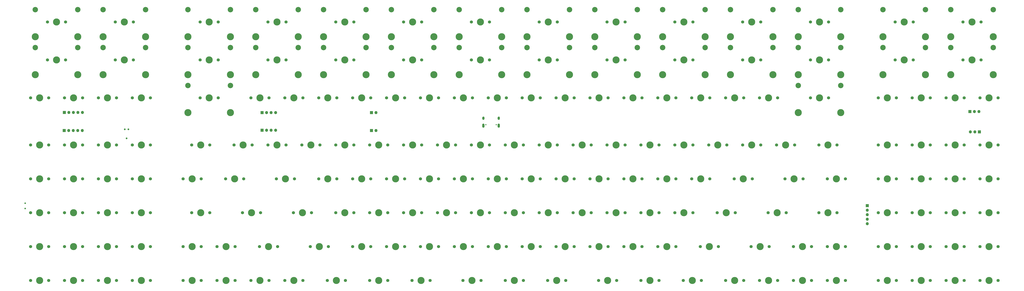
<source format=gbr>
%TF.GenerationSoftware,KiCad,Pcbnew,8.0.5-8.0.5-0~ubuntu20.04.1*%
%TF.CreationDate,2024-11-10T14:11:14+00:00*%
%TF.ProjectId,Hyper7-Evo,48797065-7237-42d4-9576-6f2e6b696361,rev?*%
%TF.SameCoordinates,Original*%
%TF.FileFunction,Soldermask,Top*%
%TF.FilePolarity,Negative*%
%FSLAX46Y46*%
G04 Gerber Fmt 4.6, Leading zero omitted, Abs format (unit mm)*
G04 Created by KiCad (PCBNEW 8.0.5-8.0.5-0~ubuntu20.04.1) date 2024-11-10 14:11:14*
%MOMM*%
%LPD*%
G01*
G04 APERTURE LIST*
%ADD10C,0.000000*%
%ADD11C,1.750000*%
%ADD12C,3.987800*%
%ADD13C,3.048000*%
%ADD14R,1.700000X1.700000*%
%ADD15O,1.700000X1.700000*%
%ADD16C,0.900000*%
%ADD17C,0.990600*%
%ADD18C,0.650000*%
G04 APERTURE END LIST*
D10*
%TO.C,J1*%
G36*
X295720181Y-115742462D02*
G01*
X295862243Y-115793467D01*
X295986264Y-115879503D01*
X296083791Y-115994706D01*
X296148178Y-116131226D01*
X296175000Y-116279552D01*
X296175000Y-117480426D01*
X296149316Y-117630195D01*
X296085646Y-117768426D01*
X295988368Y-117885466D01*
X295864114Y-117973342D01*
X295721350Y-118026064D01*
X295569669Y-118040052D01*
X295276161Y-117973537D01*
X295151632Y-117885466D01*
X295054354Y-117768426D01*
X294990684Y-117630195D01*
X294965000Y-117480426D01*
X294965000Y-116279219D01*
X295055991Y-115994962D01*
X295153736Y-115879503D01*
X295277757Y-115793467D01*
X295419819Y-115742462D01*
X295570000Y-115729983D01*
X295720181Y-115742462D01*
G37*
G36*
X295730015Y-111819835D02*
G01*
X295875588Y-111879422D01*
X296000780Y-111974655D01*
X296097057Y-112099045D01*
X296157860Y-112244115D01*
X296179000Y-112399662D01*
X296179000Y-113000317D01*
X296158994Y-113157309D01*
X296098908Y-113304088D01*
X296002881Y-113430315D01*
X295877455Y-113527387D01*
X295731178Y-113588689D01*
X295573666Y-113610091D01*
X295270811Y-113527593D01*
X295145119Y-113430315D01*
X295049092Y-113304088D01*
X294989006Y-113157309D01*
X294969000Y-113000317D01*
X294969000Y-112399331D01*
X295050737Y-112099311D01*
X295147220Y-111974655D01*
X295272412Y-111879422D01*
X295417985Y-111819835D01*
X295574000Y-111799960D01*
X295730015Y-111819835D01*
G37*
G36*
X304360181Y-115742462D02*
G01*
X304502243Y-115793467D01*
X304626264Y-115879503D01*
X304723791Y-115994706D01*
X304788178Y-116131226D01*
X304815000Y-116279552D01*
X304815000Y-117480426D01*
X304789316Y-117630195D01*
X304725646Y-117768426D01*
X304628368Y-117885466D01*
X304504114Y-117973342D01*
X304361350Y-118026064D01*
X304209669Y-118040052D01*
X303916161Y-117973537D01*
X303791632Y-117885466D01*
X303694354Y-117768426D01*
X303630684Y-117630195D01*
X303605000Y-117480426D01*
X303605000Y-116279219D01*
X303695991Y-115994962D01*
X303793736Y-115879503D01*
X303917757Y-115793467D01*
X304059819Y-115742462D01*
X304210000Y-115729983D01*
X304360181Y-115742462D01*
G37*
G36*
X304366015Y-111819835D02*
G01*
X304511588Y-111879422D01*
X304636780Y-111974655D01*
X304733057Y-112099045D01*
X304793860Y-112244115D01*
X304815000Y-112399662D01*
X304815000Y-113000317D01*
X304794994Y-113157309D01*
X304734908Y-113304088D01*
X304638881Y-113430315D01*
X304513455Y-113527387D01*
X304367178Y-113588689D01*
X304209666Y-113610091D01*
X303906811Y-113527593D01*
X303781119Y-113430315D01*
X303685092Y-113304088D01*
X303625006Y-113157309D01*
X303605000Y-113000317D01*
X303605000Y-112399331D01*
X303686737Y-112099311D01*
X303783220Y-111974655D01*
X303908412Y-111879422D01*
X304053985Y-111819835D01*
X304210000Y-111799960D01*
X304366015Y-111819835D01*
G37*
%TD*%
D11*
%TO.C,MX103*%
X488845000Y-146850000D03*
D12*
X493925000Y-146850000D03*
D11*
X499005000Y-146850000D03*
%TD*%
%TO.C,MX132*%
X574570000Y-165900000D03*
D12*
X579650000Y-165900000D03*
D11*
X584730000Y-165900000D03*
%TD*%
%TO.C,MX47*%
X412645000Y-101280000D03*
D12*
X417725000Y-101280000D03*
D11*
X422805000Y-101280000D03*
%TD*%
D13*
%TO.C,ST19*%
X205762000Y-72955000D03*
D12*
X205762000Y-88195000D03*
D13*
X229638000Y-72955000D03*
D12*
X229638000Y-88195000D03*
%TD*%
D11*
%TO.C,MX161*%
X79270000Y-204000000D03*
D12*
X84350000Y-204000000D03*
D11*
X89430000Y-204000000D03*
%TD*%
%TO.C,MX18*%
X174520000Y-79940000D03*
D12*
X179600000Y-79940000D03*
D11*
X184680000Y-79940000D03*
%TD*%
%TO.C,MX167*%
X207857500Y-204000000D03*
D12*
X212937500Y-204000000D03*
D11*
X218017500Y-204000000D03*
%TD*%
%TO.C,MX71*%
X365020000Y-127800000D03*
D12*
X370100000Y-127800000D03*
D11*
X375180000Y-127800000D03*
%TD*%
D13*
%TO.C,ST7*%
X281962000Y-51615000D03*
D12*
X281962000Y-66855000D03*
D13*
X305838000Y-51615000D03*
D12*
X305838000Y-66855000D03*
%TD*%
D11*
%TO.C,MX3*%
X136420000Y-58600000D03*
D12*
X141500000Y-58600000D03*
D11*
X146580000Y-58600000D03*
%TD*%
%TO.C,MX178*%
X469795000Y-204000000D03*
D12*
X474875000Y-204000000D03*
D11*
X479955000Y-204000000D03*
%TD*%
%TO.C,MX36*%
X203095000Y-101280000D03*
D12*
X208175000Y-101280000D03*
D11*
X213255000Y-101280000D03*
%TD*%
%TO.C,MX141*%
X222145000Y-184950000D03*
D12*
X227225000Y-184950000D03*
D11*
X232305000Y-184950000D03*
%TD*%
%TO.C,MX56*%
X60220000Y-127800000D03*
D12*
X65300000Y-127800000D03*
D11*
X70380000Y-127800000D03*
%TD*%
%TO.C,MX155*%
X517420000Y-184950000D03*
D12*
X522500000Y-184950000D03*
D11*
X527580000Y-184950000D03*
%TD*%
%TO.C,MX108*%
X41170000Y-165900000D03*
D12*
X46250000Y-165900000D03*
D11*
X51330000Y-165900000D03*
%TD*%
%TO.C,MX39*%
X260245000Y-101280000D03*
D12*
X265325000Y-101280000D03*
D11*
X270405000Y-101280000D03*
%TD*%
%TO.C,MX82*%
X41170000Y-146850000D03*
D12*
X46250000Y-146850000D03*
D11*
X51330000Y-146850000D03*
%TD*%
%TO.C,MX8*%
X326920000Y-58600000D03*
D12*
X332000000Y-58600000D03*
D11*
X337080000Y-58600000D03*
%TD*%
%TO.C,MX130*%
X536470000Y-165900000D03*
D12*
X541550000Y-165900000D03*
D11*
X546630000Y-165900000D03*
%TD*%
%TO.C,MX43*%
X336445000Y-101280000D03*
D12*
X341525000Y-101280000D03*
D11*
X346605000Y-101280000D03*
%TD*%
%TO.C,MX11*%
X441220000Y-58600000D03*
D12*
X446300000Y-58600000D03*
D11*
X451380000Y-58600000D03*
%TD*%
%TO.C,MX117*%
X250720000Y-165900000D03*
D12*
X255800000Y-165900000D03*
D11*
X260880000Y-165900000D03*
%TD*%
D13*
%TO.C,ST50*%
X472462000Y-94295000D03*
D12*
X472462000Y-109535000D03*
D13*
X496338000Y-94295000D03*
D12*
X496338000Y-109535000D03*
%TD*%
D11*
%TO.C,MX124*%
X384070000Y-165900000D03*
D12*
X389150000Y-165900000D03*
D11*
X394230000Y-165900000D03*
%TD*%
D13*
%TO.C,ST18*%
X167662000Y-72955000D03*
D12*
X167662000Y-88195000D03*
D13*
X191538000Y-72955000D03*
D12*
X191538000Y-88195000D03*
%TD*%
D11*
%TO.C,MX55*%
X41170000Y-127800000D03*
D12*
X46250000Y-127800000D03*
D11*
X51330000Y-127800000D03*
%TD*%
%TO.C,MX76*%
X460270000Y-127800000D03*
D12*
X465350000Y-127800000D03*
D11*
X470430000Y-127800000D03*
%TD*%
%TO.C,MX27*%
X526945000Y-79940000D03*
D12*
X532025000Y-79940000D03*
D11*
X537105000Y-79940000D03*
%TD*%
%TO.C,MX66*%
X269770000Y-127800000D03*
D12*
X274850000Y-127800000D03*
D11*
X279930000Y-127800000D03*
%TD*%
D13*
%TO.C,ST1*%
X43837000Y-51615000D03*
D12*
X43837000Y-66855000D03*
D13*
X67713000Y-51615000D03*
D12*
X67713000Y-66855000D03*
%TD*%
D11*
%TO.C,MX60*%
X155470000Y-127800000D03*
D12*
X160550000Y-127800000D03*
D11*
X165630000Y-127800000D03*
%TD*%
%TO.C,MX46*%
X393595000Y-101280000D03*
D12*
X398675000Y-101280000D03*
D11*
X403755000Y-101280000D03*
%TD*%
%TO.C,MX23*%
X365020000Y-79940000D03*
D12*
X370100000Y-79940000D03*
D11*
X375180000Y-79940000D03*
%TD*%
%TO.C,MX127*%
X455507500Y-165900000D03*
D12*
X460587500Y-165900000D03*
D11*
X465667500Y-165900000D03*
%TD*%
%TO.C,MX112*%
X131657500Y-165900000D03*
D12*
X136737500Y-165900000D03*
D11*
X141817500Y-165900000D03*
%TD*%
%TO.C,MX109*%
X60220000Y-165900000D03*
D12*
X65300000Y-165900000D03*
D11*
X70380000Y-165900000D03*
%TD*%
%TO.C,MX174*%
X384070000Y-204000000D03*
D12*
X389150000Y-204000000D03*
D11*
X394230000Y-204000000D03*
%TD*%
%TO.C,MX81*%
X574570000Y-127800000D03*
D12*
X579650000Y-127800000D03*
D11*
X584730000Y-127800000D03*
%TD*%
D13*
%TO.C,ST33*%
X129562000Y-94295000D03*
D12*
X129562000Y-109535000D03*
D13*
X153438000Y-94295000D03*
D12*
X153438000Y-109535000D03*
%TD*%
D11*
%TO.C,MX120*%
X307870000Y-165900000D03*
D12*
X312950000Y-165900000D03*
D11*
X318030000Y-165900000D03*
%TD*%
%TO.C,MX146*%
X317395000Y-184950000D03*
D12*
X322475000Y-184950000D03*
D11*
X327555000Y-184950000D03*
%TD*%
%TO.C,MX64*%
X231670000Y-127800000D03*
D12*
X236750000Y-127800000D03*
D11*
X241830000Y-127800000D03*
%TD*%
%TO.C,MX41*%
X298345000Y-101280000D03*
D12*
X303425000Y-101280000D03*
D11*
X308505000Y-101280000D03*
%TD*%
%TO.C,MX32*%
X98320000Y-101280000D03*
D12*
X103400000Y-101280000D03*
D11*
X108480000Y-101280000D03*
%TD*%
%TO.C,MX72*%
X384070000Y-127800000D03*
D12*
X389150000Y-127800000D03*
D11*
X394230000Y-127800000D03*
%TD*%
%TO.C,MX149*%
X374545000Y-184950000D03*
D12*
X379625000Y-184950000D03*
D11*
X384705000Y-184950000D03*
%TD*%
%TO.C,MX62*%
X193570000Y-127800000D03*
D12*
X198650000Y-127800000D03*
D11*
X203730000Y-127800000D03*
%TD*%
D13*
%TO.C,ST10*%
X396262000Y-51615000D03*
D12*
X396262000Y-66855000D03*
D13*
X420138000Y-51615000D03*
D12*
X420138000Y-66855000D03*
%TD*%
D11*
%TO.C,MX113*%
X160232500Y-165900000D03*
D12*
X165312500Y-165900000D03*
D11*
X170392500Y-165900000D03*
%TD*%
D13*
%TO.C,ST9*%
X358162000Y-51615000D03*
D12*
X358162000Y-66855000D03*
D13*
X382038000Y-51615000D03*
D12*
X382038000Y-66855000D03*
%TD*%
D13*
%TO.C,ST2*%
X81937000Y-51615000D03*
D12*
X81937000Y-66855000D03*
D13*
X105813000Y-51615000D03*
D12*
X105813000Y-66855000D03*
%TD*%
D14*
%TO.C,J16*%
X232725000Y-119600000D03*
D15*
X235265000Y-119600000D03*
%TD*%
D13*
%TO.C,ST15*%
X43837000Y-72955000D03*
D12*
X43837000Y-88195000D03*
D13*
X67713000Y-72955000D03*
D12*
X67713000Y-88195000D03*
%TD*%
D11*
%TO.C,MX40*%
X279295000Y-101280000D03*
D12*
X284375000Y-101280000D03*
D11*
X289455000Y-101280000D03*
%TD*%
%TO.C,MX177*%
X450745000Y-204000000D03*
D12*
X455825000Y-204000000D03*
D11*
X460905000Y-204000000D03*
%TD*%
D13*
%TO.C,ST21*%
X281962000Y-72955000D03*
D12*
X281962000Y-88195000D03*
D13*
X305838000Y-72955000D03*
D12*
X305838000Y-88195000D03*
%TD*%
D11*
%TO.C,MX151*%
X417407500Y-184950000D03*
D12*
X422487500Y-184950000D03*
D11*
X427567500Y-184950000D03*
%TD*%
%TO.C,MX121*%
X326920000Y-165900000D03*
D12*
X332000000Y-165900000D03*
D11*
X337080000Y-165900000D03*
%TD*%
%TO.C,MX50*%
X479320000Y-101280000D03*
D12*
X484400000Y-101280000D03*
D11*
X489480000Y-101280000D03*
%TD*%
%TO.C,MX160*%
X60220000Y-204000000D03*
D12*
X65300000Y-204000000D03*
D11*
X70380000Y-204000000D03*
%TD*%
%TO.C,MX157*%
X555520000Y-184950000D03*
D12*
X560600000Y-184950000D03*
D11*
X565680000Y-184950000D03*
%TD*%
D13*
%TO.C,ST16*%
X81937000Y-72955000D03*
D12*
X81937000Y-88195000D03*
D13*
X105813000Y-72955000D03*
D12*
X105813000Y-88195000D03*
%TD*%
D11*
%TO.C,MX33*%
X136420000Y-101280000D03*
D12*
X141500000Y-101280000D03*
D11*
X146580000Y-101280000D03*
%TD*%
%TO.C,MX115*%
X212620000Y-165900000D03*
D12*
X217700000Y-165900000D03*
D11*
X222780000Y-165900000D03*
%TD*%
%TO.C,MX136*%
X98320000Y-184950000D03*
D12*
X103400000Y-184950000D03*
D11*
X108480000Y-184950000D03*
%TD*%
%TO.C,MX94*%
X298345000Y-146850000D03*
D12*
X303425000Y-146850000D03*
D11*
X308505000Y-146850000D03*
%TD*%
%TO.C,MX88*%
X179282500Y-146850000D03*
D12*
X184362500Y-146850000D03*
D11*
X189442500Y-146850000D03*
%TD*%
%TO.C,MX106*%
X555520000Y-146850000D03*
D12*
X560600000Y-146850000D03*
D11*
X565680000Y-146850000D03*
%TD*%
%TO.C,MX73*%
X403120000Y-127800000D03*
D12*
X408200000Y-127800000D03*
D11*
X413280000Y-127800000D03*
%TD*%
%TO.C,MX111*%
X98320000Y-165900000D03*
D12*
X103400000Y-165900000D03*
D11*
X108480000Y-165900000D03*
%TD*%
D14*
%TO.C,J6*%
X60090000Y-119600000D03*
D15*
X62630000Y-119600000D03*
X65170000Y-119600000D03*
X67710000Y-119600000D03*
X70250000Y-119600000D03*
%TD*%
D11*
%TO.C,MX122*%
X345970000Y-165900000D03*
D12*
X351050000Y-165900000D03*
D11*
X356130000Y-165900000D03*
%TD*%
%TO.C,MX153*%
X469795000Y-184950000D03*
D12*
X474875000Y-184950000D03*
D11*
X479955000Y-184950000D03*
%TD*%
%TO.C,MX78*%
X517420000Y-127800000D03*
D12*
X522500000Y-127800000D03*
D11*
X527580000Y-127800000D03*
%TD*%
%TO.C,MX22*%
X326920000Y-79940000D03*
D12*
X332000000Y-79940000D03*
D11*
X337080000Y-79940000D03*
%TD*%
%TO.C,MX125*%
X403120000Y-165900000D03*
D12*
X408200000Y-165900000D03*
D11*
X413280000Y-165900000D03*
%TD*%
%TO.C,MX69*%
X326920000Y-127800000D03*
D12*
X332000000Y-127800000D03*
D11*
X337080000Y-127800000D03*
%TD*%
D13*
%TO.C,ST17*%
X129562000Y-72955000D03*
D12*
X129562000Y-88195000D03*
D13*
X153438000Y-72955000D03*
D12*
X153438000Y-88195000D03*
%TD*%
D11*
%TO.C,MX104*%
X517420000Y-146850000D03*
D12*
X522500000Y-146850000D03*
D11*
X527580000Y-146850000D03*
%TD*%
%TO.C,MX150*%
X393595000Y-184950000D03*
D12*
X398675000Y-184950000D03*
D11*
X403755000Y-184950000D03*
%TD*%
%TO.C,MX65*%
X250720000Y-127800000D03*
D12*
X255800000Y-127800000D03*
D11*
X260880000Y-127800000D03*
%TD*%
%TO.C,MX156*%
X536470000Y-184950000D03*
D12*
X541550000Y-184950000D03*
D11*
X546630000Y-184950000D03*
%TD*%
D13*
%TO.C,ST13*%
X520087000Y-51615000D03*
D12*
X520087000Y-66855000D03*
D13*
X543963000Y-51615000D03*
D12*
X543963000Y-66855000D03*
%TD*%
D11*
%TO.C,MX163*%
X126895000Y-204000000D03*
D12*
X131975000Y-204000000D03*
D11*
X137055000Y-204000000D03*
%TD*%
%TO.C,MX133*%
X41170000Y-184950000D03*
D12*
X46250000Y-184950000D03*
D11*
X51330000Y-184950000D03*
%TD*%
%TO.C,MX53*%
X555520000Y-101280000D03*
D12*
X560600000Y-101280000D03*
D11*
X565680000Y-101280000D03*
%TD*%
%TO.C,MX59*%
X131657500Y-127800000D03*
D12*
X136737500Y-127800000D03*
D11*
X141817500Y-127800000D03*
%TD*%
%TO.C,MX67*%
X288820000Y-127800000D03*
D12*
X293900000Y-127800000D03*
D11*
X298980000Y-127800000D03*
%TD*%
%TO.C,MX89*%
X203095000Y-146850000D03*
D12*
X208175000Y-146850000D03*
D11*
X213255000Y-146850000D03*
%TD*%
%TO.C,MX118*%
X269770000Y-165900000D03*
D12*
X274850000Y-165900000D03*
D11*
X279930000Y-165900000D03*
%TD*%
%TO.C,MX26*%
X479320000Y-79940000D03*
D12*
X484400000Y-79940000D03*
D11*
X489480000Y-79940000D03*
%TD*%
%TO.C,MX162*%
X98320000Y-204000000D03*
D12*
X103400000Y-204000000D03*
D11*
X108480000Y-204000000D03*
%TD*%
%TO.C,MX105*%
X536470000Y-146850000D03*
D12*
X541550000Y-146850000D03*
D11*
X546630000Y-146850000D03*
%TD*%
%TO.C,MX63*%
X212620000Y-127800000D03*
D12*
X217700000Y-127800000D03*
D11*
X222780000Y-127800000D03*
%TD*%
D14*
%TO.C,J17*%
X232725000Y-109600000D03*
D15*
X235265000Y-109600000D03*
%TD*%
D11*
%TO.C,MX171*%
X307870000Y-204000000D03*
D12*
X312950000Y-204000000D03*
D11*
X318030000Y-204000000D03*
%TD*%
%TO.C,MX152*%
X445982500Y-184950000D03*
D12*
X451062500Y-184950000D03*
D11*
X456142500Y-184950000D03*
%TD*%
%TO.C,MX154*%
X488845000Y-184950000D03*
D12*
X493925000Y-184950000D03*
D11*
X499005000Y-184950000D03*
%TD*%
%TO.C,MX140*%
X198332500Y-184950000D03*
D12*
X203412500Y-184950000D03*
D11*
X208492500Y-184950000D03*
%TD*%
%TO.C,MX30*%
X60220000Y-101280000D03*
D12*
X65300000Y-101280000D03*
D11*
X70380000Y-101280000D03*
%TD*%
%TO.C,MX54*%
X574570000Y-101280000D03*
D12*
X579650000Y-101280000D03*
D11*
X584730000Y-101280000D03*
%TD*%
%TO.C,MX148*%
X355495000Y-184950000D03*
D12*
X360575000Y-184950000D03*
D11*
X365655000Y-184950000D03*
%TD*%
%TO.C,MX75*%
X441220000Y-127800000D03*
D12*
X446300000Y-127800000D03*
D11*
X451380000Y-127800000D03*
%TD*%
%TO.C,MX84*%
X79270000Y-146850000D03*
D12*
X84350000Y-146850000D03*
D11*
X89430000Y-146850000D03*
%TD*%
%TO.C,MX97*%
X355495000Y-146850000D03*
D12*
X360575000Y-146850000D03*
D11*
X365655000Y-146850000D03*
%TD*%
%TO.C,MX68*%
X307870000Y-127800000D03*
D12*
X312950000Y-127800000D03*
D11*
X318030000Y-127800000D03*
%TD*%
%TO.C,MX138*%
X145945000Y-184950000D03*
D12*
X151025000Y-184950000D03*
D11*
X156105000Y-184950000D03*
%TD*%
D14*
%TO.C,J14*%
X171200000Y-119450000D03*
D15*
X173740000Y-119450000D03*
X176280000Y-119450000D03*
X178820000Y-119450000D03*
%TD*%
D11*
%TO.C,MX128*%
X484082500Y-165900000D03*
D12*
X489162500Y-165900000D03*
D11*
X494242500Y-165900000D03*
%TD*%
%TO.C,MX175*%
X407882500Y-204000000D03*
D12*
X412962500Y-204000000D03*
D11*
X418042500Y-204000000D03*
%TD*%
%TO.C,MX91*%
X241195000Y-146850000D03*
D12*
X246275000Y-146850000D03*
D11*
X251355000Y-146850000D03*
%TD*%
%TO.C,MX20*%
X250720000Y-79940000D03*
D12*
X255800000Y-79940000D03*
D11*
X260880000Y-79940000D03*
%TD*%
%TO.C,MX79*%
X536470000Y-127800000D03*
D12*
X541550000Y-127800000D03*
D11*
X546630000Y-127800000D03*
%TD*%
%TO.C,MX24*%
X403120000Y-79940000D03*
D12*
X408200000Y-79940000D03*
D11*
X413280000Y-79940000D03*
%TD*%
%TO.C,MX145*%
X298345000Y-184950000D03*
D12*
X303425000Y-184950000D03*
D11*
X308505000Y-184950000D03*
%TD*%
%TO.C,MX4*%
X174520000Y-58600000D03*
D12*
X179600000Y-58600000D03*
D11*
X184680000Y-58600000D03*
%TD*%
%TO.C,MX137*%
X126895000Y-184950000D03*
D12*
X131975000Y-184950000D03*
D11*
X137055000Y-184950000D03*
%TD*%
D14*
%TO.C,J8*%
X60130000Y-109500000D03*
D15*
X62670000Y-109500000D03*
X65210000Y-109500000D03*
X67750000Y-109500000D03*
X70290000Y-109500000D03*
%TD*%
D11*
%TO.C,MX44*%
X355495000Y-101280000D03*
D12*
X360575000Y-101280000D03*
D11*
X365655000Y-101280000D03*
%TD*%
%TO.C,MX172*%
X331682500Y-204000000D03*
D12*
X336762500Y-204000000D03*
D11*
X341842500Y-204000000D03*
%TD*%
%TO.C,MX126*%
X426932500Y-165900000D03*
D12*
X432012500Y-165900000D03*
D11*
X437092500Y-165900000D03*
%TD*%
%TO.C,MX173*%
X360257500Y-204000000D03*
D12*
X365337500Y-204000000D03*
D11*
X370417500Y-204000000D03*
%TD*%
%TO.C,MX13*%
X526945000Y-58600000D03*
D12*
X532025000Y-58600000D03*
D11*
X537105000Y-58600000D03*
%TD*%
%TO.C,MX158*%
X574570000Y-184950000D03*
D12*
X579650000Y-184950000D03*
D11*
X584730000Y-184950000D03*
%TD*%
%TO.C,MX42*%
X317395000Y-101280000D03*
D12*
X322475000Y-101280000D03*
D11*
X327555000Y-101280000D03*
%TD*%
D13*
%TO.C,ST25*%
X434362000Y-72955000D03*
D12*
X434362000Y-88195000D03*
D13*
X458238000Y-72955000D03*
D12*
X458238000Y-88195000D03*
%TD*%
D11*
%TO.C,MX179*%
X488845000Y-204000000D03*
D12*
X493925000Y-204000000D03*
D11*
X499005000Y-204000000D03*
%TD*%
D14*
%TO.C,J15*%
X171200000Y-109600000D03*
D15*
X173740000Y-109600000D03*
X176280000Y-109600000D03*
X178820000Y-109600000D03*
%TD*%
D11*
%TO.C,MX134*%
X60220000Y-184950000D03*
D12*
X65300000Y-184950000D03*
D11*
X70380000Y-184950000D03*
%TD*%
%TO.C,MX114*%
X188807500Y-165900000D03*
D12*
X193887500Y-165900000D03*
D11*
X198967500Y-165900000D03*
%TD*%
%TO.C,MX25*%
X441220000Y-79940000D03*
D12*
X446300000Y-79940000D03*
D11*
X451380000Y-79940000D03*
%TD*%
%TO.C,MX99*%
X393595000Y-146850000D03*
D12*
X398675000Y-146850000D03*
D11*
X403755000Y-146850000D03*
%TD*%
%TO.C,MX143*%
X260245000Y-184950000D03*
D12*
X265325000Y-184950000D03*
D11*
X270405000Y-184950000D03*
%TD*%
%TO.C,MX51*%
X517420000Y-101280000D03*
D12*
X522500000Y-101280000D03*
D11*
X527580000Y-101280000D03*
%TD*%
%TO.C,MX1*%
X50695000Y-58600000D03*
D12*
X55775000Y-58600000D03*
D11*
X60855000Y-58600000D03*
%TD*%
D13*
%TO.C,ST23*%
X358162000Y-72955000D03*
D12*
X358162000Y-88195000D03*
D13*
X382038000Y-72955000D03*
D12*
X382038000Y-88195000D03*
%TD*%
D11*
%TO.C,MX77*%
X484082500Y-127800000D03*
D12*
X489162500Y-127800000D03*
D11*
X494242500Y-127800000D03*
%TD*%
%TO.C,MX90*%
X222145000Y-146850000D03*
D12*
X227225000Y-146850000D03*
D11*
X232305000Y-146850000D03*
%TD*%
%TO.C,MX180*%
X517420000Y-204000000D03*
D12*
X522500000Y-204000000D03*
D11*
X527580000Y-204000000D03*
%TD*%
%TO.C,MX93*%
X279295000Y-146850000D03*
D12*
X284375000Y-146850000D03*
D11*
X289455000Y-146850000D03*
%TD*%
%TO.C,MX116*%
X231670000Y-165900000D03*
D12*
X236750000Y-165900000D03*
D11*
X241830000Y-165900000D03*
%TD*%
%TO.C,MX48*%
X431695000Y-101280000D03*
D12*
X436775000Y-101280000D03*
D11*
X441855000Y-101280000D03*
%TD*%
%TO.C,MX170*%
X284057500Y-204000000D03*
D12*
X289137500Y-204000000D03*
D11*
X294217500Y-204000000D03*
%TD*%
D13*
%TO.C,ST28*%
X558187000Y-72955000D03*
D12*
X558187000Y-88195000D03*
D13*
X582063000Y-72955000D03*
D12*
X582063000Y-88195000D03*
%TD*%
D11*
%TO.C,MX107*%
X574570000Y-146850000D03*
D12*
X579650000Y-146850000D03*
D11*
X584730000Y-146850000D03*
%TD*%
D13*
%TO.C,ST24*%
X396262000Y-72955000D03*
D12*
X396262000Y-88195000D03*
D13*
X420138000Y-72955000D03*
D12*
X420138000Y-88195000D03*
%TD*%
D11*
%TO.C,MX37*%
X222145000Y-101280000D03*
D12*
X227225000Y-101280000D03*
D11*
X232305000Y-101280000D03*
%TD*%
%TO.C,MX2*%
X88795000Y-58600000D03*
D12*
X93875000Y-58600000D03*
D11*
X98955000Y-58600000D03*
%TD*%
%TO.C,MX142*%
X241195000Y-184950000D03*
D12*
X246275000Y-184950000D03*
D11*
X251355000Y-184950000D03*
%TD*%
%TO.C,MX147*%
X336445000Y-184950000D03*
D12*
X341525000Y-184950000D03*
D11*
X346605000Y-184950000D03*
%TD*%
%TO.C,MX86*%
X126895000Y-146850000D03*
D12*
X131975000Y-146850000D03*
D11*
X137055000Y-146850000D03*
%TD*%
%TO.C,MX165*%
X164995000Y-204000000D03*
D12*
X170075000Y-204000000D03*
D11*
X175155000Y-204000000D03*
%TD*%
%TO.C,MX169*%
X255482500Y-204000000D03*
D12*
X260562500Y-204000000D03*
D11*
X265642500Y-204000000D03*
%TD*%
%TO.C,MX9*%
X365020000Y-58600000D03*
D12*
X370100000Y-58600000D03*
D11*
X375180000Y-58600000D03*
%TD*%
D14*
%TO.C,J3*%
X511250000Y-161880000D03*
D15*
X511250000Y-164420000D03*
X511250000Y-166960000D03*
X511250000Y-169500000D03*
X511250000Y-172040000D03*
%TD*%
D11*
%TO.C,MX74*%
X422170000Y-127800000D03*
D12*
X427250000Y-127800000D03*
D11*
X432330000Y-127800000D03*
%TD*%
%TO.C,MX16*%
X88795000Y-79940000D03*
D12*
X93875000Y-79940000D03*
D11*
X98955000Y-79940000D03*
%TD*%
%TO.C,MX14*%
X565045000Y-58600000D03*
D12*
X570125000Y-58600000D03*
D11*
X575205000Y-58600000D03*
%TD*%
%TO.C,MX144*%
X279295000Y-184950000D03*
D12*
X284375000Y-184950000D03*
D11*
X289455000Y-184950000D03*
%TD*%
%TO.C,MX129*%
X517420000Y-165900000D03*
D12*
X522500000Y-165900000D03*
D11*
X527580000Y-165900000D03*
%TD*%
%TO.C,MX35*%
X184045000Y-101280000D03*
D12*
X189125000Y-101280000D03*
D11*
X194205000Y-101280000D03*
%TD*%
%TO.C,MX110*%
X79270000Y-165900000D03*
D12*
X84350000Y-165900000D03*
D11*
X89430000Y-165900000D03*
%TD*%
%TO.C,MX6*%
X250720000Y-58600000D03*
D12*
X255800000Y-58600000D03*
D11*
X260880000Y-58600000D03*
%TD*%
%TO.C,MX17*%
X136420000Y-79940000D03*
D12*
X141500000Y-79940000D03*
D11*
X146580000Y-79940000D03*
%TD*%
%TO.C,MX12*%
X479320000Y-58600000D03*
D12*
X484400000Y-58600000D03*
D11*
X489480000Y-58600000D03*
%TD*%
%TO.C,MX95*%
X317395000Y-146850000D03*
D12*
X322475000Y-146850000D03*
D11*
X327555000Y-146850000D03*
%TD*%
%TO.C,MX164*%
X145945000Y-204000000D03*
D12*
X151025000Y-204000000D03*
D11*
X156105000Y-204000000D03*
%TD*%
D13*
%TO.C,ST26*%
X472462000Y-72955000D03*
D12*
X472462000Y-88195000D03*
D13*
X496338000Y-72955000D03*
D12*
X496338000Y-88195000D03*
%TD*%
D11*
%TO.C,MX57*%
X79270000Y-127800000D03*
D12*
X84350000Y-127800000D03*
D11*
X89430000Y-127800000D03*
%TD*%
%TO.C,MX102*%
X465032500Y-146850000D03*
D12*
X470112500Y-146850000D03*
D11*
X475192500Y-146850000D03*
%TD*%
%TO.C,MX45*%
X374545000Y-101280000D03*
D12*
X379625000Y-101280000D03*
D11*
X384705000Y-101280000D03*
%TD*%
%TO.C,MX83*%
X60220000Y-146850000D03*
D12*
X65300000Y-146850000D03*
D11*
X70380000Y-146850000D03*
%TD*%
%TO.C,MX101*%
X436457500Y-146850000D03*
D12*
X441537500Y-146850000D03*
D11*
X446617500Y-146850000D03*
%TD*%
%TO.C,MX96*%
X336445000Y-146850000D03*
D12*
X341525000Y-146850000D03*
D11*
X346605000Y-146850000D03*
%TD*%
D13*
%TO.C,ST3*%
X129562000Y-51615000D03*
D12*
X129562000Y-66855000D03*
D13*
X153438000Y-51615000D03*
D12*
X153438000Y-66855000D03*
%TD*%
D11*
%TO.C,MX58*%
X98320000Y-127800000D03*
D12*
X103400000Y-127800000D03*
D11*
X108480000Y-127800000D03*
%TD*%
D13*
%TO.C,ST20*%
X243862000Y-72955000D03*
D12*
X243862000Y-88195000D03*
D13*
X267738000Y-72955000D03*
D12*
X267738000Y-88195000D03*
%TD*%
D11*
%TO.C,MX139*%
X169757500Y-184950000D03*
D12*
X174837500Y-184950000D03*
D11*
X179917500Y-184950000D03*
%TD*%
%TO.C,MX52*%
X536470000Y-101280000D03*
D12*
X541550000Y-101280000D03*
D11*
X546630000Y-101280000D03*
%TD*%
D13*
%TO.C,ST22*%
X320062000Y-72955000D03*
D12*
X320062000Y-88195000D03*
D13*
X343938000Y-72955000D03*
D12*
X343938000Y-88195000D03*
%TD*%
D13*
%TO.C,ST5*%
X205762000Y-51615000D03*
D12*
X205762000Y-66855000D03*
D13*
X229638000Y-51615000D03*
D12*
X229638000Y-66855000D03*
%TD*%
D11*
%TO.C,MX80*%
X555520000Y-127800000D03*
D12*
X560600000Y-127800000D03*
D11*
X565680000Y-127800000D03*
%TD*%
%TO.C,MX31*%
X79270000Y-101280000D03*
D12*
X84350000Y-101280000D03*
D11*
X89430000Y-101280000D03*
%TD*%
%TO.C,MX168*%
X231670000Y-204000000D03*
D12*
X236750000Y-204000000D03*
D11*
X241830000Y-204000000D03*
%TD*%
%TO.C,MX7*%
X288820000Y-58600000D03*
D12*
X293900000Y-58600000D03*
D11*
X298980000Y-58600000D03*
%TD*%
%TO.C,MX85*%
X98320000Y-146850000D03*
D12*
X103400000Y-146850000D03*
D11*
X108480000Y-146850000D03*
%TD*%
%TO.C,MX181*%
X536470000Y-204000000D03*
D12*
X541550000Y-204000000D03*
D11*
X546630000Y-204000000D03*
%TD*%
%TO.C,MX159*%
X41170000Y-204000000D03*
D12*
X46250000Y-204000000D03*
D11*
X51330000Y-204000000D03*
%TD*%
%TO.C,MX87*%
X150707500Y-146850000D03*
D12*
X155787500Y-146850000D03*
D11*
X160867500Y-146850000D03*
%TD*%
%TO.C,MX29*%
X41170000Y-101280000D03*
D12*
X46250000Y-101280000D03*
D11*
X51330000Y-101280000D03*
%TD*%
%TO.C,MX49*%
X450745000Y-101280000D03*
D12*
X455825000Y-101280000D03*
D11*
X460905000Y-101280000D03*
%TD*%
%TO.C,MX166*%
X184045000Y-204000000D03*
D12*
X189125000Y-204000000D03*
D11*
X194205000Y-204000000D03*
%TD*%
D13*
%TO.C,ST6*%
X243862000Y-51615000D03*
D12*
X243862000Y-66855000D03*
D13*
X267738000Y-51615000D03*
D12*
X267738000Y-66855000D03*
%TD*%
D13*
%TO.C,ST11*%
X434362000Y-51615000D03*
D12*
X434362000Y-66855000D03*
D13*
X458238000Y-51615000D03*
D12*
X458238000Y-66855000D03*
%TD*%
D11*
%TO.C,MX38*%
X241195000Y-101280000D03*
D12*
X246275000Y-101280000D03*
D11*
X251355000Y-101280000D03*
%TD*%
D13*
%TO.C,ST12*%
X472462000Y-51615000D03*
D12*
X472462000Y-66855000D03*
D13*
X496338000Y-51615000D03*
D12*
X496338000Y-66855000D03*
%TD*%
D11*
%TO.C,MX28*%
X565045000Y-79940000D03*
D12*
X570125000Y-79940000D03*
D11*
X575205000Y-79940000D03*
%TD*%
%TO.C,MX34*%
X164995000Y-101280000D03*
D12*
X170075000Y-101280000D03*
D11*
X175155000Y-101280000D03*
%TD*%
%TO.C,MX123*%
X365020000Y-165900000D03*
D12*
X370100000Y-165900000D03*
D11*
X375180000Y-165900000D03*
%TD*%
%TO.C,MX100*%
X412645000Y-146850000D03*
D12*
X417725000Y-146850000D03*
D11*
X422805000Y-146850000D03*
%TD*%
%TO.C,MX19*%
X212620000Y-79940000D03*
D12*
X217700000Y-79940000D03*
D11*
X222780000Y-79940000D03*
%TD*%
%TO.C,MX92*%
X260245000Y-146850000D03*
D12*
X265325000Y-146850000D03*
D11*
X270405000Y-146850000D03*
%TD*%
%TO.C,MX5*%
X212620000Y-58600000D03*
D12*
X217700000Y-58600000D03*
D11*
X222780000Y-58600000D03*
%TD*%
D13*
%TO.C,ST14*%
X558187000Y-51615000D03*
D12*
X558187000Y-66855000D03*
D13*
X582063000Y-51615000D03*
D12*
X582063000Y-66855000D03*
%TD*%
D11*
%TO.C,MX183*%
X574570000Y-204000000D03*
D12*
X579650000Y-204000000D03*
D11*
X584730000Y-204000000D03*
%TD*%
D13*
%TO.C,ST27*%
X520087000Y-72955000D03*
D12*
X520087000Y-88195000D03*
D13*
X543963000Y-72955000D03*
D12*
X543963000Y-88195000D03*
%TD*%
D13*
%TO.C,ST4*%
X167662000Y-51615000D03*
D12*
X167662000Y-66855000D03*
D13*
X191538000Y-51615000D03*
D12*
X191538000Y-66855000D03*
%TD*%
D11*
%TO.C,MX21*%
X288820000Y-79940000D03*
D12*
X293900000Y-79940000D03*
D11*
X298980000Y-79940000D03*
%TD*%
%TO.C,MX98*%
X374545000Y-146850000D03*
D12*
X379625000Y-146850000D03*
D11*
X384705000Y-146850000D03*
%TD*%
%TO.C,MX61*%
X174520000Y-127800000D03*
D12*
X179600000Y-127800000D03*
D11*
X184680000Y-127800000D03*
%TD*%
%TO.C,MX119*%
X288820000Y-165900000D03*
D12*
X293900000Y-165900000D03*
D11*
X298980000Y-165900000D03*
%TD*%
%TO.C,MX135*%
X79270000Y-184950000D03*
D12*
X84350000Y-184950000D03*
D11*
X89430000Y-184950000D03*
%TD*%
D13*
%TO.C,ST8*%
X320062000Y-51615000D03*
D12*
X320062000Y-66855000D03*
D13*
X343938000Y-51615000D03*
D12*
X343938000Y-66855000D03*
%TD*%
D11*
%TO.C,MX176*%
X431695000Y-204000000D03*
D12*
X436775000Y-204000000D03*
D11*
X441855000Y-204000000D03*
%TD*%
%TO.C,MX182*%
X555520000Y-204000000D03*
D12*
X560600000Y-204000000D03*
D11*
X565680000Y-204000000D03*
%TD*%
%TO.C,MX15*%
X50695000Y-79940000D03*
D12*
X55775000Y-79940000D03*
D11*
X60855000Y-79940000D03*
%TD*%
%TO.C,MX10*%
X403120000Y-58600000D03*
D12*
X408200000Y-58600000D03*
D11*
X413280000Y-58600000D03*
%TD*%
%TO.C,MX70*%
X345970000Y-127800000D03*
D12*
X351050000Y-127800000D03*
D11*
X356130000Y-127800000D03*
%TD*%
%TO.C,MX131*%
X555520000Y-165900000D03*
D12*
X560600000Y-165900000D03*
D11*
X565680000Y-165900000D03*
%TD*%
D14*
%TO.C,J4*%
X574250000Y-120400000D03*
D15*
X571710000Y-120400000D03*
X569170000Y-120400000D03*
%TD*%
D16*
%TO.C,S1*%
X38150000Y-160500000D03*
X38150000Y-163500000D03*
%TD*%
D14*
%TO.C,J5*%
X568920000Y-109000000D03*
D15*
X571460000Y-109000000D03*
X574000000Y-109000000D03*
%TD*%
D17*
%TO.C,J7*%
X95135000Y-124020000D03*
X94119000Y-118940000D03*
X96151000Y-118940000D03*
%TD*%
D18*
%TO.C,J1*%
X297000000Y-116355000D03*
X302780000Y-116355000D03*
G36*
G01*
X296171600Y-112405000D02*
X296171600Y-113005000D01*
G75*
G02*
X295570000Y-113606600I-601600J0D01*
G01*
X295570000Y-113606600D01*
G75*
G02*
X294968400Y-113005000I0J601600D01*
G01*
X294968400Y-112405000D01*
G75*
G02*
X295570000Y-111803400I601600J0D01*
G01*
X295570000Y-111803400D01*
G75*
G02*
X296171600Y-112405000I0J-601600D01*
G01*
G37*
G36*
G01*
X296171600Y-116335000D02*
X296171600Y-117435000D01*
G75*
G02*
X295570000Y-118036600I-601600J0D01*
G01*
X295570000Y-118036600D01*
G75*
G02*
X294968400Y-117435000I0J601600D01*
G01*
X294968400Y-116335000D01*
G75*
G02*
X295570000Y-115733400I601600J0D01*
G01*
X295570000Y-115733400D01*
G75*
G02*
X296171600Y-116335000I0J-601600D01*
G01*
G37*
G36*
G01*
X304811600Y-112405000D02*
X304811600Y-113005000D01*
G75*
G02*
X304210000Y-113606600I-601600J0D01*
G01*
X304210000Y-113606600D01*
G75*
G02*
X303608400Y-113005000I0J601600D01*
G01*
X303608400Y-112405000D01*
G75*
G02*
X304210000Y-111803400I601600J0D01*
G01*
X304210000Y-111803400D01*
G75*
G02*
X304811600Y-112405000I0J-601600D01*
G01*
G37*
G36*
G01*
X304811600Y-116335000D02*
X304811600Y-117435000D01*
G75*
G02*
X304210000Y-118036600I-601600J0D01*
G01*
X304210000Y-118036600D01*
G75*
G02*
X303608400Y-117435000I0J601600D01*
G01*
X303608400Y-116335000D01*
G75*
G02*
X304210000Y-115733400I601600J0D01*
G01*
X304210000Y-115733400D01*
G75*
G02*
X304811600Y-116335000I0J-601600D01*
G01*
G37*
%TD*%
M02*

</source>
